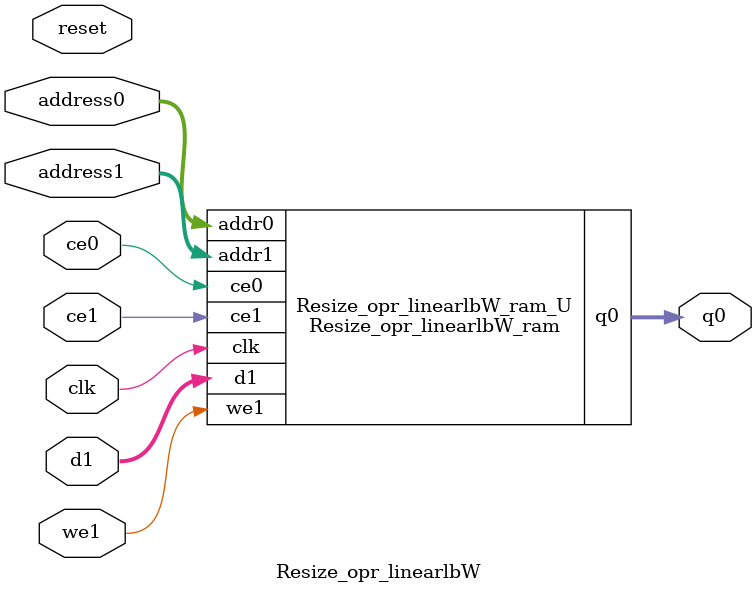
<source format=v>
`timescale 1 ns / 1 ps
module Resize_opr_linearlbW_ram (addr0, ce0, q0, addr1, ce1, d1, we1,  clk);

parameter DWIDTH = 8;
parameter AWIDTH = 11;
parameter MEM_SIZE = 1281;

input[AWIDTH-1:0] addr0;
input ce0;
output reg[DWIDTH-1:0] q0;
input[AWIDTH-1:0] addr1;
input ce1;
input[DWIDTH-1:0] d1;
input we1;
input clk;

(* ram_style = "block" *)reg [DWIDTH-1:0] ram[0:MEM_SIZE-1];




always @(posedge clk)  
begin 
    if (ce0) begin
        q0 <= ram[addr0];
    end
end


always @(posedge clk)  
begin 
    if (ce1) begin
        if (we1) 
            ram[addr1] <= d1; 
    end
end


endmodule

`timescale 1 ns / 1 ps
module Resize_opr_linearlbW(
    reset,
    clk,
    address0,
    ce0,
    q0,
    address1,
    ce1,
    we1,
    d1);

parameter DataWidth = 32'd8;
parameter AddressRange = 32'd1281;
parameter AddressWidth = 32'd11;
input reset;
input clk;
input[AddressWidth - 1:0] address0;
input ce0;
output[DataWidth - 1:0] q0;
input[AddressWidth - 1:0] address1;
input ce1;
input we1;
input[DataWidth - 1:0] d1;



Resize_opr_linearlbW_ram Resize_opr_linearlbW_ram_U(
    .clk( clk ),
    .addr0( address0 ),
    .ce0( ce0 ),
    .q0( q0 ),
    .addr1( address1 ),
    .ce1( ce1 ),
    .we1( we1 ),
    .d1( d1 ));

endmodule


</source>
